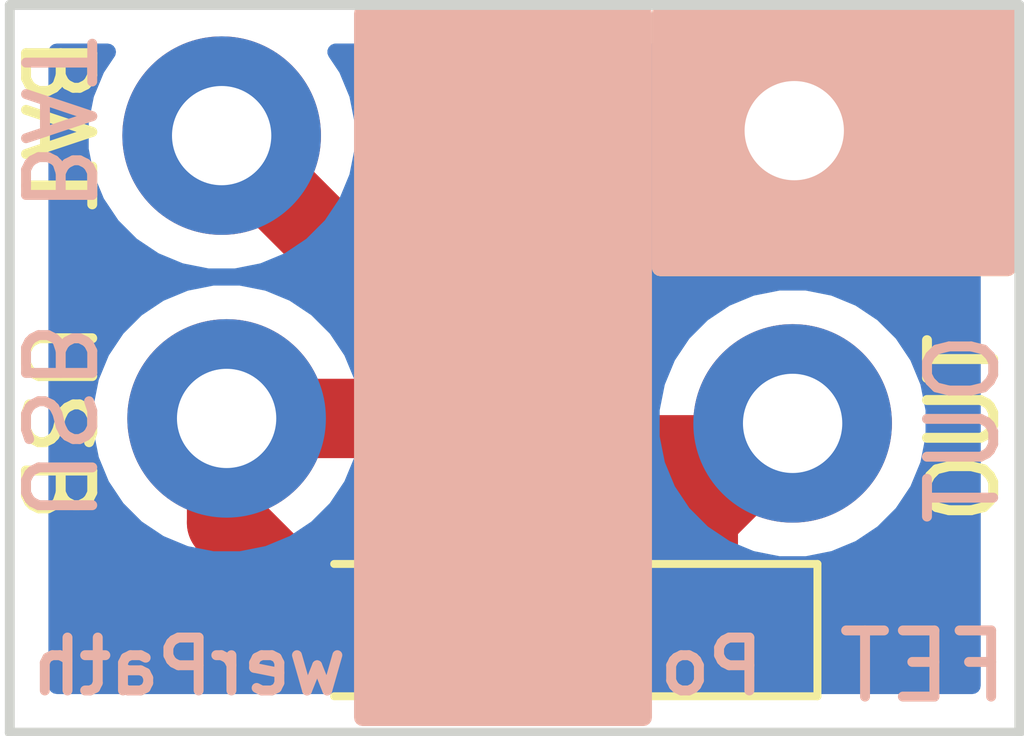
<source format=kicad_pcb>
(kicad_pcb (version 20171130) (host pcbnew 5.1.5+dfsg1-2build2)

  (general
    (thickness 1.6)
    (drawings 13)
    (tracks 27)
    (zones 0)
    (modules 7)
    (nets 5)
  )

  (page A4)
  (layers
    (0 F.Cu signal)
    (31 B.Cu signal)
    (32 B.Adhes user)
    (33 F.Adhes user)
    (34 B.Paste user)
    (35 F.Paste user)
    (36 B.SilkS user)
    (37 F.SilkS user)
    (38 B.Mask user)
    (39 F.Mask user)
    (40 Dwgs.User user)
    (41 Cmts.User user)
    (42 Eco1.User user)
    (43 Eco2.User user)
    (44 Edge.Cuts user)
    (45 Margin user)
    (46 B.CrtYd user)
    (47 F.CrtYd user)
    (48 B.Fab user)
    (49 F.Fab user)
  )

  (setup
    (last_trace_width 0.25)
    (user_trace_width 0.8)
    (user_trace_width 1)
    (user_trace_width 1.2)
    (trace_clearance 0.2)
    (zone_clearance 0.508)
    (zone_45_only no)
    (trace_min 0.2)
    (via_size 0.6)
    (via_drill 0.4)
    (via_min_size 0.4)
    (via_min_drill 0.3)
    (uvia_size 0.3)
    (uvia_drill 0.1)
    (uvias_allowed no)
    (uvia_min_size 0.2)
    (uvia_min_drill 0.1)
    (edge_width 0.15)
    (segment_width 0.2)
    (pcb_text_width 0.3)
    (pcb_text_size 1.5 1.5)
    (mod_edge_width 0.15)
    (mod_text_size 1 1)
    (mod_text_width 0.15)
    (pad_size 1.524 1.524)
    (pad_drill 0.762)
    (pad_to_mask_clearance 0.2)
    (aux_axis_origin 155.25 87.5)
    (visible_elements 7FFFFFFF)
    (pcbplotparams
      (layerselection 0x010f0_ffffffff)
      (usegerberextensions true)
      (usegerberattributes true)
      (usegerberadvancedattributes false)
      (creategerberjobfile false)
      (excludeedgelayer true)
      (linewidth 0.200000)
      (plotframeref false)
      (viasonmask false)
      (mode 1)
      (useauxorigin true)
      (hpglpennumber 1)
      (hpglpenspeed 20)
      (hpglpendiameter 15.000000)
      (psnegative false)
      (psa4output false)
      (plotreference false)
      (plotvalue false)
      (plotinvisibletext false)
      (padsonsilk false)
      (subtractmaskfromsilk true)
      (outputformat 1)
      (mirror false)
      (drillshape 0)
      (scaleselection 1)
      (outputdirectory "gerbers/"))
  )

  (net 0 "")
  (net 1 "Net-(D1-Pad1)")
  (net 2 "Net-(D1-Pad2)")
  (net 3 "Net-(Q1-Pad3)")
  (net 4 "Net-(R1-Pad2)")

  (net_class Default "This is the default net class."
    (clearance 0.2)
    (trace_width 0.25)
    (via_dia 0.6)
    (via_drill 0.4)
    (uvia_dia 0.3)
    (uvia_drill 0.1)
    (add_net "Net-(D1-Pad1)")
    (add_net "Net-(D1-Pad2)")
    (add_net "Net-(Q1-Pad3)")
    (add_net "Net-(R1-Pad2)")
  )

  (module Diodes_SMD:D_MiniMELF_Handsoldering (layer F.Cu) (tedit 590E9EC7) (tstamp 590E9CB9)
    (at 147.65 96.95 180)
    (descr "Diode Mini-MELF Handsoldering")
    (tags "Diode Mini-MELF Handsoldering")
    (path /590E9A9A)
    (attr smd)
    (fp_text reference D1 (at 0 -1.75 180) (layer F.SilkS) hide
      (effects (font (size 1 1) (thickness 0.15)))
    )
    (fp_text value SS14 (at 0 1.75 180) (layer F.Fab) hide
      (effects (font (size 1 1) (thickness 0.15)))
    )
    (fp_text user %R (at 0 -1.75 180) (layer F.Fab) hide
      (effects (font (size 1 1) (thickness 0.15)))
    )
    (fp_line (start 2.75 -1) (end -4.55 -1) (layer F.SilkS) (width 0.12))
    (fp_line (start -4.55 -1) (end -4.55 1) (layer F.SilkS) (width 0.12))
    (fp_line (start -4.55 1) (end 2.75 1) (layer F.SilkS) (width 0.12))
    (fp_line (start 1.65 -0.8) (end 1.65 0.8) (layer F.Fab) (width 0.1))
    (fp_line (start 1.65 0.8) (end -1.65 0.8) (layer F.Fab) (width 0.1))
    (fp_line (start -1.65 0.8) (end -1.65 -0.8) (layer F.Fab) (width 0.1))
    (fp_line (start -1.65 -0.8) (end 1.65 -0.8) (layer F.Fab) (width 0.1))
    (fp_line (start 0.25 0) (end 0.75 0) (layer F.Fab) (width 0.1))
    (fp_line (start 0.25 0.4) (end -0.35 0) (layer F.Fab) (width 0.1))
    (fp_line (start 0.25 -0.4) (end 0.25 0.4) (layer F.Fab) (width 0.1))
    (fp_line (start -0.35 0) (end 0.25 -0.4) (layer F.Fab) (width 0.1))
    (fp_line (start -0.35 0) (end -0.35 0.55) (layer F.Fab) (width 0.1))
    (fp_line (start -0.35 0) (end -0.35 -0.55) (layer F.Fab) (width 0.1))
    (fp_line (start -0.75 0) (end -0.35 0) (layer F.Fab) (width 0.1))
    (fp_line (start -4.65 -1.1) (end 4.65 -1.1) (layer F.CrtYd) (width 0.05))
    (fp_line (start 4.65 -1.1) (end 4.65 1.1) (layer F.CrtYd) (width 0.05))
    (fp_line (start 4.65 1.1) (end -4.65 1.1) (layer F.CrtYd) (width 0.05))
    (fp_line (start -4.65 1.1) (end -4.65 -1.1) (layer F.CrtYd) (width 0.05))
    (pad 1 smd rect (at -2.75 0 180) (size 3.3 1.7) (layers F.Cu F.Paste F.Mask)
      (net 1 "Net-(D1-Pad1)"))
    (pad 2 smd rect (at 2.75 0 180) (size 3.3 1.7) (layers F.Cu F.Paste F.Mask)
      (net 2 "Net-(D1-Pad2)"))
    (model ${KISYS3DMOD}/Diodes_SMD.3dshapes/D_MiniMELF.wrl
      (at (xyz 0 0 0))
      (scale (xyz 1 1 1))
      (rotate (xyz 0 0 0))
    )
  )

  (module TO_SOT_Packages_SMD:SOT-23_Handsoldering (layer F.Cu) (tedit 590E9EC1) (tstamp 590E9CC0)
    (at 147.65 92.8 90)
    (descr "SOT-23, Handsoldering")
    (tags SOT-23)
    (path /590E9D9C)
    (attr smd)
    (fp_text reference Q1 (at 0 -2.5 90) (layer F.SilkS) hide
      (effects (font (size 1 1) (thickness 0.15)))
    )
    (fp_text value IRLML6401 (at -2.075 8.775 180) (layer F.Fab) hide
      (effects (font (size 1 1) (thickness 0.15)))
    )
    (fp_text user %R (at 0 0 90) (layer F.Fab)
      (effects (font (size 0.5 0.5) (thickness 0.075)))
    )
    (fp_line (start 0.76 1.58) (end 0.76 0.65) (layer F.SilkS) (width 0.12))
    (fp_line (start 0.76 -1.58) (end 0.76 -0.65) (layer F.SilkS) (width 0.12))
    (fp_line (start -2.7 -1.75) (end 2.7 -1.75) (layer F.CrtYd) (width 0.05))
    (fp_line (start 2.7 -1.75) (end 2.7 1.75) (layer F.CrtYd) (width 0.05))
    (fp_line (start 2.7 1.75) (end -2.7 1.75) (layer F.CrtYd) (width 0.05))
    (fp_line (start -2.7 1.75) (end -2.7 -1.75) (layer F.CrtYd) (width 0.05))
    (fp_line (start 0.76 -1.58) (end -2.4 -1.58) (layer F.SilkS) (width 0.12))
    (fp_line (start -0.7 -0.95) (end -0.7 1.5) (layer F.Fab) (width 0.1))
    (fp_line (start -0.15 -1.52) (end 0.7 -1.52) (layer F.Fab) (width 0.1))
    (fp_line (start -0.7 -0.95) (end -0.15 -1.52) (layer F.Fab) (width 0.1))
    (fp_line (start 0.7 -1.52) (end 0.7 1.52) (layer F.Fab) (width 0.1))
    (fp_line (start -0.7 1.52) (end 0.7 1.52) (layer F.Fab) (width 0.1))
    (fp_line (start 0.76 1.58) (end -0.7 1.58) (layer F.SilkS) (width 0.12))
    (pad 1 smd rect (at -1.5 -0.95 90) (size 1.9 0.8) (layers F.Cu F.Paste F.Mask)
      (net 2 "Net-(D1-Pad2)"))
    (pad 2 smd rect (at -1.5 0.95 90) (size 1.9 0.8) (layers F.Cu F.Paste F.Mask)
      (net 1 "Net-(D1-Pad1)"))
    (pad 3 smd rect (at 1.5 0 90) (size 1.9 0.8) (layers F.Cu F.Paste F.Mask)
      (net 3 "Net-(Q1-Pad3)"))
    (model ${KISYS3DMOD}/TO_SOT_Packages_SMD.3dshapes\SOT-23.wrl
      (at (xyz 0 0 0))
      (scale (xyz 1 1 1))
      (rotate (xyz 0 0 90))
    )
  )

  (module Resistors_SMD:R_0805_HandSoldering (layer F.Cu) (tedit 590E9EB3) (tstamp 590E9CC6)
    (at 147.6 88.825)
    (descr "Resistor SMD 0805, hand soldering")
    (tags "resistor 0805")
    (path /590E9B01)
    (attr smd)
    (fp_text reference R1 (at 0 -1.7) (layer F.SilkS) hide
      (effects (font (size 1 1) (thickness 0.15)))
    )
    (fp_text value 10K (at 0 1.75) (layer F.Fab) hide
      (effects (font (size 1 1) (thickness 0.15)))
    )
    (fp_text user %R (at 0 0) (layer F.Fab)
      (effects (font (size 0.5 0.5) (thickness 0.075)))
    )
    (fp_line (start -1 0.62) (end -1 -0.62) (layer F.Fab) (width 0.1))
    (fp_line (start 1 0.62) (end -1 0.62) (layer F.Fab) (width 0.1))
    (fp_line (start 1 -0.62) (end 1 0.62) (layer F.Fab) (width 0.1))
    (fp_line (start -1 -0.62) (end 1 -0.62) (layer F.Fab) (width 0.1))
    (fp_line (start 0.6 0.88) (end -0.6 0.88) (layer F.SilkS) (width 0.12))
    (fp_line (start -0.6 -0.88) (end 0.6 -0.88) (layer F.SilkS) (width 0.12))
    (fp_line (start -2.35 -0.9) (end 2.35 -0.9) (layer F.CrtYd) (width 0.05))
    (fp_line (start -2.35 -0.9) (end -2.35 0.9) (layer F.CrtYd) (width 0.05))
    (fp_line (start 2.35 0.9) (end 2.35 -0.9) (layer F.CrtYd) (width 0.05))
    (fp_line (start 2.35 0.9) (end -2.35 0.9) (layer F.CrtYd) (width 0.05))
    (pad 1 smd rect (at -1.35 0) (size 1.5 1.3) (layers F.Cu F.Paste F.Mask)
      (net 2 "Net-(D1-Pad2)"))
    (pad 2 smd rect (at 1.35 0) (size 1.5 1.3) (layers F.Cu F.Paste F.Mask)
      (net 4 "Net-(R1-Pad2)"))
    (model ${KISYS3DMOD}/Resistors_SMD.3dshapes/R_0805.wrl
      (at (xyz 0 0 0))
      (scale (xyz 1 1 1))
      (rotate (xyz 0 0 0))
    )
  )

  (module Measurement_Points:Measurement_Point_Round-TH_Big (layer F.Cu) (tedit 590E9E89) (tstamp 590E9DDD)
    (at 143.2 89.475)
    (descr "Mesurement Point, Round, Trough Hole,  DM 3mm, Drill 1.5mm,")
    (tags "Mesurement Point Round Trough Hole 3mm 1.5mm")
    (path /590E9D0F)
    (attr virtual)
    (fp_text reference W1 (at 0 -3) (layer F.SilkS) hide
      (effects (font (size 1 1) (thickness 0.15)))
    )
    (fp_text value IN_BAT (at -2.375 0.775 270) (layer F.Fab)
      (effects (font (size 1 1) (thickness 0.15)))
    )
    (fp_circle (center 0 0) (end 1.75 0) (layer F.CrtYd) (width 0.05))
    (pad 1 thru_hole circle (at 0 0) (size 3 3) (drill 1.5) (layers *.Cu *.Mask)
      (net 3 "Net-(Q1-Pad3)"))
  )

  (module Measurement_Points:Measurement_Point_Round-TH_Big (layer F.Cu) (tedit 590E9E8D) (tstamp 590E9DE1)
    (at 143.275 93.75)
    (descr "Mesurement Point, Round, Trough Hole,  DM 3mm, Drill 1.5mm,")
    (tags "Mesurement Point Round Trough Hole 3mm 1.5mm")
    (path /590E9CA1)
    (attr virtual)
    (fp_text reference W2 (at 0 -3) (layer F.SilkS) hide
      (effects (font (size 1 1) (thickness 0.15)))
    )
    (fp_text value IN_USB (at -2.425 2 90) (layer F.Fab)
      (effects (font (size 1 1) (thickness 0.15)))
    )
    (fp_circle (center 0 0) (end 1.75 0) (layer F.CrtYd) (width 0.05))
    (pad 1 thru_hole circle (at 0 0) (size 3 3) (drill 1.5) (layers *.Cu *.Mask)
      (net 2 "Net-(D1-Pad2)"))
  )

  (module Measurement_Points:Measurement_Point_Round-TH_Big (layer F.Cu) (tedit 590E9E92) (tstamp 590E9DE5)
    (at 151.85 89.4)
    (descr "Mesurement Point, Round, Trough Hole,  DM 3mm, Drill 1.5mm,")
    (tags "Mesurement Point Round Trough Hole 3mm 1.5mm")
    (path /590E9B46)
    (attr virtual)
    (fp_text reference W3 (at 0 -3) (layer F.SilkS) hide
      (effects (font (size 1 1) (thickness 0.15)))
    )
    (fp_text value GND (at 2.575 -0.075 90) (layer F.Fab)
      (effects (font (size 1 1) (thickness 0.15)))
    )
    (fp_circle (center 0 0) (end 1.75 0) (layer F.CrtYd) (width 0.05))
    (pad 1 thru_hole circle (at 0 0) (size 3 3) (drill 1.5) (layers *.Cu *.Mask)
      (net 4 "Net-(R1-Pad2)"))
  )

  (module Measurement_Points:Measurement_Point_Round-TH_Big (layer F.Cu) (tedit 590E9E96) (tstamp 590E9DE9)
    (at 151.825 93.825)
    (descr "Mesurement Point, Round, Trough Hole,  DM 3mm, Drill 1.5mm,")
    (tags "Mesurement Point Round Trough Hole 3mm 1.5mm")
    (path /590E9C5C)
    (attr virtual)
    (fp_text reference W4 (at 0 -3) (layer F.SilkS) hide
      (effects (font (size 1 1) (thickness 0.15)))
    )
    (fp_text value OUT (at 2.625 0.05 90) (layer F.Fab)
      (effects (font (size 1 1) (thickness 0.15)))
    )
    (fp_circle (center 0 0) (end 1.75 0) (layer F.CrtYd) (width 0.05))
    (pad 1 thru_hole circle (at 0 0) (size 3 3) (drill 1.5) (layers *.Cu *.Mask)
      (net 1 "Net-(D1-Pad1)"))
  )

  (gr_text werPath (at 142.7 97.5) (layer B.SilkS)
    (effects (font (size 0.8 0.8) (thickness 0.15)) (justify mirror))
  )
  (gr_text Po (at 150.6 97.5) (layer B.SilkS)
    (effects (font (size 0.8 0.8) (thickness 0.15)) (justify mirror))
  )
  (gr_text FET (at 153.8 97.5) (layer B.SilkS)
    (effects (font (size 1 1) (thickness 0.15)) (justify mirror))
  )
  (gr_text BAT (at 140.7 89.3 270) (layer B.SilkS) (tstamp 5CFE3506)
    (effects (font (size 1 1) (thickness 0.15)) (justify mirror))
  )
  (gr_text BAT (at 140.7 89.3 270) (layer F.SilkS)
    (effects (font (size 1 1) (thickness 0.15)))
  )
  (gr_text USB (at 140.7 93.8 270) (layer B.SilkS) (tstamp 5CFE34F4)
    (effects (font (size 1 1) (thickness 0.15)) (justify mirror))
  )
  (gr_text USB (at 140.7 93.8 270) (layer F.SilkS)
    (effects (font (size 1 1) (thickness 0.15)))
  )
  (gr_text OUT (at 154.4 93.9 90) (layer B.SilkS) (tstamp 5CFE34E8)
    (effects (font (size 1 1) (thickness 0.15)) (justify mirror))
  )
  (gr_text OUT (at 154.4 93.9 90) (layer F.SilkS)
    (effects (font (size 1 1) (thickness 0.15)))
  )
  (gr_line (start 140 87.5) (end 140 98.5) (layer Edge.Cuts) (width 0.15))
  (gr_line (start 155.25 87.5) (end 140 87.5) (layer Edge.Cuts) (width 0.15))
  (gr_line (start 155.25 98.5) (end 155.25 87.5) (layer Edge.Cuts) (width 0.15))
  (gr_line (start 140 98.5) (end 155.25 98.5) (layer Edge.Cuts) (width 0.15))

  (segment (start 148.6 94.3) (end 149.075 94.3) (width 1.2) (layer F.Cu) (net 1))
  (segment (start 150.4 96.025) (end 149.075 94.7) (width 1.2) (layer F.Cu) (net 1))
  (segment (start 149.075 94.3) (end 151.35 94.3) (width 1.2) (layer F.Cu) (net 1))
  (segment (start 149.075 94.7) (end 149.075 94.3) (width 1.2) (layer F.Cu) (net 1))
  (segment (start 150.4 96.95) (end 150.4 96.025) (width 1.2) (layer F.Cu) (net 1))
  (segment (start 150.4 96.95) (end 150.4 95.25) (width 1.2) (layer F.Cu) (net 1))
  (segment (start 150.4 95.25) (end 151.825 93.825) (width 1.2) (layer F.Cu) (net 1))
  (segment (start 151.35 94.3) (end 151.825 93.825) (width 1.2) (layer F.Cu) (net 1))
  (segment (start 148.6 94.3) (end 148.6 95.15) (width 1.2) (layer F.Cu) (net 1))
  (segment (start 148.6 95.15) (end 150.4 96.95) (width 1.2) (layer F.Cu) (net 1))
  (segment (start 148.475 92.825) (end 147.625 92.825) (width 0.25) (layer F.Cu) (net 2))
  (segment (start 147.625 92.825) (end 146.7 93.75) (width 0.25) (layer F.Cu) (net 2))
  (segment (start 146.7 93.75) (end 146.7 94.3) (width 0.25) (layer F.Cu) (net 2))
  (segment (start 148.975 92.325) (end 148.475 92.825) (width 0.25) (layer F.Cu) (net 2))
  (segment (start 148.975 90.689998) (end 148.975 92.325) (width 0.25) (layer F.Cu) (net 2))
  (segment (start 147.475 89.95) (end 148.235002 89.95) (width 0.25) (layer F.Cu) (net 2))
  (segment (start 148.235002 89.95) (end 148.975 90.689998) (width 0.25) (layer F.Cu) (net 2))
  (segment (start 146.25 88.825) (end 146.35 88.825) (width 0.25) (layer F.Cu) (net 2))
  (segment (start 146.35 88.825) (end 147.475 89.95) (width 0.25) (layer F.Cu) (net 2))
  (segment (start 143.275 93.75) (end 146.15 93.75) (width 1.2) (layer F.Cu) (net 2))
  (segment (start 146.15 93.75) (end 146.7 94.3) (width 1.2) (layer F.Cu) (net 2))
  (segment (start 143.275 93.75) (end 143.275 95.325) (width 1.2) (layer F.Cu) (net 2))
  (segment (start 143.275 95.325) (end 144.9 96.95) (width 1.2) (layer F.Cu) (net 2))
  (segment (start 143.2 89.475) (end 145.025 91.3) (width 1.2) (layer F.Cu) (net 3))
  (segment (start 145.025 91.3) (end 147.65 91.3) (width 1.2) (layer F.Cu) (net 3))
  (segment (start 148.95 88.825) (end 151.275 88.825) (width 1.2) (layer F.Cu) (net 4))
  (segment (start 151.275 88.825) (end 151.85 89.4) (width 1.2) (layer F.Cu) (net 4))

  (zone (net 4) (net_name "Net-(R1-Pad2)") (layer B.Cu) (tstamp 617D3282) (hatch edge 0.508)
    (connect_pads (clearance 0.508))
    (min_thickness 0.254)
    (fill yes (arc_segments 16) (thermal_gap 0.508) (thermal_bridge_width 0.508))
    (polygon
      (pts
        (xy 140 87.5) (xy 155.25 87.5) (xy 155.25 98.5) (xy 140 98.5)
      )
    )
    (filled_polygon
      (pts
        (xy 141.307988 88.463698) (xy 141.147047 88.852244) (xy 141.065 89.264721) (xy 141.065 89.685279) (xy 141.147047 90.097756)
        (xy 141.307988 90.486302) (xy 141.541637 90.835983) (xy 141.839017 91.133363) (xy 142.188698 91.367012) (xy 142.577244 91.527953)
        (xy 142.989721 91.61) (xy 143.410279 91.61) (xy 143.822756 91.527953) (xy 144.211302 91.367012) (xy 144.560983 91.133363)
        (xy 144.802693 90.891653) (xy 150.537952 90.891653) (xy 150.693962 91.207214) (xy 151.068745 91.39802) (xy 151.473551 91.512044)
        (xy 151.892824 91.544902) (xy 152.310451 91.495334) (xy 152.710383 91.365243) (xy 153.006038 91.207214) (xy 153.162048 90.891653)
        (xy 151.85 89.579605) (xy 150.537952 90.891653) (xy 144.802693 90.891653) (xy 144.858363 90.835983) (xy 145.092012 90.486302)
        (xy 145.252953 90.097756) (xy 145.335 89.685279) (xy 145.335 89.264721) (xy 145.252953 88.852244) (xy 145.092012 88.463698)
        (xy 144.922497 88.21) (xy 150.111481 88.21) (xy 150.042786 88.243962) (xy 149.85198 88.618745) (xy 149.737956 89.023551)
        (xy 149.705098 89.442824) (xy 149.754666 89.860451) (xy 149.884757 90.260383) (xy 150.042786 90.556038) (xy 150.358347 90.712048)
        (xy 151.670395 89.4) (xy 151.656253 89.385858) (xy 151.835858 89.206253) (xy 151.85 89.220395) (xy 151.864143 89.206253)
        (xy 152.043748 89.385858) (xy 152.029605 89.4) (xy 153.341653 90.712048) (xy 153.657214 90.556038) (xy 153.84802 90.181255)
        (xy 153.962044 89.776449) (xy 153.994902 89.357176) (xy 153.945334 88.939549) (xy 153.815243 88.539617) (xy 153.657214 88.243962)
        (xy 153.588519 88.21) (xy 154.540001 88.21) (xy 154.54 97.79) (xy 140.71 97.79) (xy 140.71 93.539721)
        (xy 141.14 93.539721) (xy 141.14 93.960279) (xy 141.222047 94.372756) (xy 141.382988 94.761302) (xy 141.616637 95.110983)
        (xy 141.914017 95.408363) (xy 142.263698 95.642012) (xy 142.652244 95.802953) (xy 143.064721 95.885) (xy 143.485279 95.885)
        (xy 143.897756 95.802953) (xy 144.286302 95.642012) (xy 144.635983 95.408363) (xy 144.933363 95.110983) (xy 145.167012 94.761302)
        (xy 145.327953 94.372756) (xy 145.41 93.960279) (xy 145.41 93.614721) (xy 149.69 93.614721) (xy 149.69 94.035279)
        (xy 149.772047 94.447756) (xy 149.932988 94.836302) (xy 150.166637 95.185983) (xy 150.464017 95.483363) (xy 150.813698 95.717012)
        (xy 151.202244 95.877953) (xy 151.614721 95.96) (xy 152.035279 95.96) (xy 152.447756 95.877953) (xy 152.836302 95.717012)
        (xy 153.185983 95.483363) (xy 153.483363 95.185983) (xy 153.717012 94.836302) (xy 153.877953 94.447756) (xy 153.96 94.035279)
        (xy 153.96 93.614721) (xy 153.877953 93.202244) (xy 153.717012 92.813698) (xy 153.483363 92.464017) (xy 153.185983 92.166637)
        (xy 152.836302 91.932988) (xy 152.447756 91.772047) (xy 152.035279 91.69) (xy 151.614721 91.69) (xy 151.202244 91.772047)
        (xy 150.813698 91.932988) (xy 150.464017 92.166637) (xy 150.166637 92.464017) (xy 149.932988 92.813698) (xy 149.772047 93.202244)
        (xy 149.69 93.614721) (xy 145.41 93.614721) (xy 145.41 93.539721) (xy 145.327953 93.127244) (xy 145.167012 92.738698)
        (xy 144.933363 92.389017) (xy 144.635983 92.091637) (xy 144.286302 91.857988) (xy 143.897756 91.697047) (xy 143.485279 91.615)
        (xy 143.064721 91.615) (xy 142.652244 91.697047) (xy 142.263698 91.857988) (xy 141.914017 92.091637) (xy 141.616637 92.389017)
        (xy 141.382988 92.738698) (xy 141.222047 93.127244) (xy 141.14 93.539721) (xy 140.71 93.539721) (xy 140.71 88.21)
        (xy 141.477503 88.21)
      )
    )
  )
  (zone (net 0) (net_name "") (layer B.Mask) (tstamp 617D327F) (hatch edge 0.508)
    (connect_pads (clearance 0.508))
    (min_thickness 0.254)
    (fill yes (arc_segments 16) (thermal_gap 0.508) (thermal_bridge_width 0.508))
    (polygon
      (pts
        (xy 145.5 88.25) (xy 149.5 88.25) (xy 149.5 97.75) (xy 145.5 97.75)
      )
    )
    (filled_polygon
      (pts
        (xy 149.373 97.623) (xy 145.627 97.623) (xy 145.627 88.377) (xy 149.373 88.377)
      )
    )
  )
  (zone (net 0) (net_name "") (layer F.SilkS) (tstamp 617D327C) (hatch edge 0.508)
    (connect_pads (clearance 0.508))
    (min_thickness 0.254)
    (fill yes (arc_segments 32) (thermal_gap 0.508) (thermal_bridge_width 0.508))
    (polygon
      (pts
        (xy 149.7 87.5) (xy 155.2 87.5) (xy 155.2 91.6) (xy 149.7 91.6)
      )
    )
    (filled_polygon
      (pts
        (xy 155.073 91.473) (xy 149.827 91.473) (xy 149.827 87.627) (xy 155.073 87.627)
      )
    )
  )
  (zone (net 0) (net_name "") (layer B.SilkS) (tstamp 617D3279) (hatch edge 0.508)
    (connect_pads (clearance 0.508))
    (min_thickness 0.254)
    (fill yes (arc_segments 32) (thermal_gap 0.508) (thermal_bridge_width 0.508))
    (polygon
      (pts
        (xy 149.7 91.6) (xy 155.2 91.6) (xy 155.2 87.5) (xy 149.7 87.5)
      )
    )
    (filled_polygon
      (pts
        (xy 155.073 91.473) (xy 149.827 91.473) (xy 149.827 87.627) (xy 155.073 87.627)
      )
    )
  )
  (zone (net 0) (net_name "") (layer B.SilkS) (tstamp 617D3276) (hatch edge 0.508)
    (connect_pads (clearance 0.508))
    (min_thickness 0.254)
    (fill yes (arc_segments 32) (thermal_gap 0.508) (thermal_bridge_width 0.508))
    (polygon
      (pts
        (xy 145.2 87.5) (xy 145.2 98.4) (xy 149.7 98.4) (xy 149.7 87.5)
      )
    )
    (filled_polygon
      (pts
        (xy 149.573 98.273) (xy 145.327 98.273) (xy 145.327 87.627) (xy 149.573 87.627)
      )
    )
  )
)

</source>
